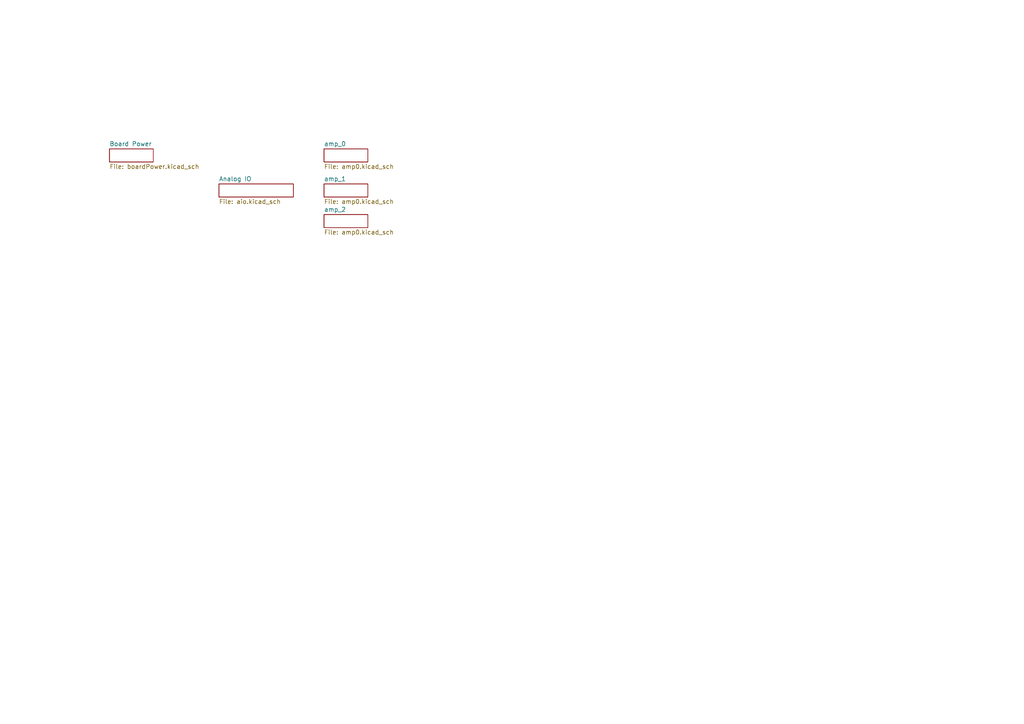
<source format=kicad_sch>
(kicad_sch
	(version 20231120)
	(generator "eeschema")
	(generator_version "8.0")
	(uuid "c6103430-c27a-4e90-8e2e-9404255f5ee3")
	(paper "A4")
	(lib_symbols)
	(sheet
		(at 93.98 43.18)
		(size 12.7 3.81)
		(fields_autoplaced yes)
		(stroke
			(width 0.1524)
			(type solid)
		)
		(fill
			(color 0 0 0 0.0000)
		)
		(uuid "4b870615-1fdd-4c38-ae2a-ce2f07b58b57")
		(property "Sheetname" "amp_0"
			(at 93.98 42.4684 0)
			(effects
				(font
					(size 1.27 1.27)
				)
				(justify left bottom)
			)
		)
		(property "Sheetfile" "amp0.kicad_sch"
			(at 93.98 47.5746 0)
			(effects
				(font
					(size 1.27 1.27)
				)
				(justify left top)
			)
		)
		(instances
			(project "amp_board_rev2"
				(path "/c6103430-c27a-4e90-8e2e-9404255f5ee3"
					(page "5")
				)
			)
		)
	)
	(sheet
		(at 63.5 53.34)
		(size 21.59 3.81)
		(fields_autoplaced yes)
		(stroke
			(width 0.1524)
			(type solid)
		)
		(fill
			(color 0 0 0 0.0000)
		)
		(uuid "7c57c744-c249-4038-95bb-f0647f1e1f7f")
		(property "Sheetname" "Analog IO"
			(at 63.5 52.6284 0)
			(effects
				(font
					(size 1.27 1.27)
				)
				(justify left bottom)
			)
		)
		(property "Sheetfile" "aio.kicad_sch"
			(at 63.5 57.7346 0)
			(effects
				(font
					(size 1.27 1.27)
				)
				(justify left top)
			)
		)
		(instances
			(project "amp_board_rev2"
				(path "/c6103430-c27a-4e90-8e2e-9404255f5ee3"
					(page "3")
				)
			)
		)
	)
	(sheet
		(at 93.98 62.23)
		(size 12.7 3.81)
		(fields_autoplaced yes)
		(stroke
			(width 0.1524)
			(type solid)
		)
		(fill
			(color 0 0 0 0.0000)
		)
		(uuid "94465068-c3c9-432f-8cc2-1a38d23f76cc")
		(property "Sheetname" "amp_2"
			(at 93.98 61.5184 0)
			(effects
				(font
					(size 1.27 1.27)
				)
				(justify left bottom)
			)
		)
		(property "Sheetfile" "amp0.kicad_sch"
			(at 93.98 66.6246 0)
			(effects
				(font
					(size 1.27 1.27)
				)
				(justify left top)
			)
		)
		(instances
			(project "amp_board_rev2"
				(path "/c6103430-c27a-4e90-8e2e-9404255f5ee3"
					(page "6")
				)
			)
		)
	)
	(sheet
		(at 31.75 43.18)
		(size 12.7 3.81)
		(fields_autoplaced yes)
		(stroke
			(width 0.1524)
			(type solid)
		)
		(fill
			(color 0 0 0 0.0000)
		)
		(uuid "ab3d06fa-a7a0-4394-b6d7-1ca538756c6f")
		(property "Sheetname" "Board Power"
			(at 31.75 42.4684 0)
			(effects
				(font
					(size 1.27 1.27)
				)
				(justify left bottom)
			)
		)
		(property "Sheetfile" "boardPower.kicad_sch"
			(at 31.75 47.5746 0)
			(effects
				(font
					(size 1.27 1.27)
				)
				(justify left top)
			)
		)
		(instances
			(project "amp_board_rev2"
				(path "/c6103430-c27a-4e90-8e2e-9404255f5ee3"
					(page "2")
				)
			)
		)
	)
	(sheet
		(at 93.98 53.34)
		(size 12.7 3.81)
		(fields_autoplaced yes)
		(stroke
			(width 0.1524)
			(type solid)
		)
		(fill
			(color 0 0 0 0.0000)
		)
		(uuid "c5f8f1eb-735d-4b18-a79d-9c99ea47b523")
		(property "Sheetname" "amp_1"
			(at 93.98 52.6284 0)
			(effects
				(font
					(size 1.27 1.27)
				)
				(justify left bottom)
			)
		)
		(property "Sheetfile" "amp0.kicad_sch"
			(at 93.98 57.7346 0)
			(effects
				(font
					(size 1.27 1.27)
				)
				(justify left top)
			)
		)
		(instances
			(project "amp_board_rev2"
				(path "/c6103430-c27a-4e90-8e2e-9404255f5ee3"
					(page "4")
				)
			)
		)
	)
	(sheet_instances
		(path "/"
			(page "1")
		)
	)
)

</source>
